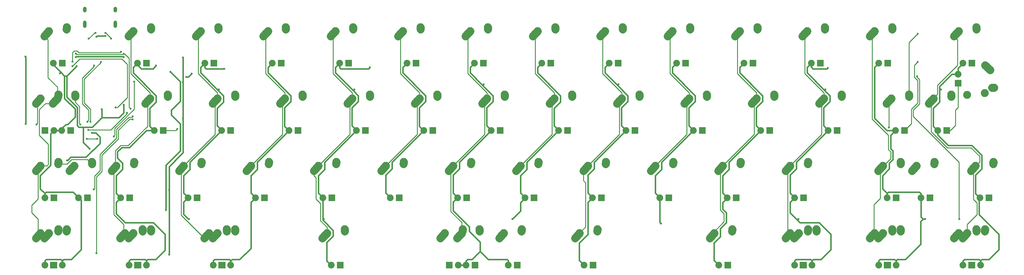
<source format=gtl>
G04 #@! TF.GenerationSoftware,KiCad,Pcbnew,(5.1.2)-1*
G04 #@! TF.CreationDate,2019-05-25T02:09:17-07:00*
G04 #@! TF.ProjectId,Voyager50,566f7961-6765-4723-9530-2e6b69636164,rev?*
G04 #@! TF.SameCoordinates,Original*
G04 #@! TF.FileFunction,Copper,L1,Top*
G04 #@! TF.FilePolarity,Positive*
%FSLAX46Y46*%
G04 Gerber Fmt 4.6, Leading zero omitted, Abs format (unit mm)*
G04 Created by KiCad (PCBNEW (5.1.2)-1) date 2019-05-25 02:09:17*
%MOMM*%
%LPD*%
G04 APERTURE LIST*
%ADD10R,1.905000X1.905000*%
%ADD11C,1.905000*%
%ADD12C,2.250000*%
%ADD13C,2.250000*%
%ADD14O,1.000000X1.600000*%
%ADD15O,1.000000X2.100000*%
%ADD16C,0.600000*%
%ADD17C,0.381000*%
%ADD18C,0.254000*%
G04 APERTURE END LIST*
D10*
X158273750Y-101917500D03*
D11*
X160813750Y-101917500D03*
D12*
X157043750Y-92837500D03*
X156388751Y-93567500D03*
D13*
X155733750Y-94297500D02*
X157043752Y-92837500D01*
D12*
X162083750Y-91757500D03*
X162063750Y-92047500D03*
D13*
X162043750Y-92337500D02*
X162083750Y-91757500D01*
D10*
X198913750Y-101917500D03*
D11*
X196373750Y-101917500D03*
D12*
X195143750Y-92837500D03*
X194488751Y-93567500D03*
D13*
X193833750Y-94297500D02*
X195143752Y-92837500D01*
D12*
X200183750Y-91757500D03*
X200163750Y-92047500D03*
D13*
X200143750Y-92337500D02*
X200183750Y-91757500D01*
D10*
X127476250Y-101917500D03*
D11*
X124936250Y-101917500D03*
D12*
X123706250Y-92837500D03*
X123051251Y-93567500D03*
D13*
X122396250Y-94297500D02*
X123706252Y-92837500D01*
D12*
X128746250Y-91757500D03*
X128726250Y-92047500D03*
D13*
X128706250Y-92337500D02*
X128746250Y-91757500D01*
D12*
X304681250Y-53712500D03*
X309681250Y-53212500D03*
D11*
X302101250Y-47942500D03*
D10*
X302101250Y-50482500D03*
D12*
X311181250Y-46712500D03*
X310451254Y-46057495D03*
D13*
X309721250Y-45402500D02*
X311181258Y-46712490D01*
D12*
X312261250Y-51752500D03*
X311971250Y-51732499D03*
D13*
X311681250Y-51712500D02*
X312261250Y-51752498D01*
D10*
X287020000Y-63817500D03*
D11*
X284480000Y-63817500D03*
D12*
X283250000Y-54737500D03*
X282595001Y-55467500D03*
D13*
X281940000Y-56197500D02*
X283250002Y-54737500D01*
D12*
X288290000Y-53657500D03*
X288270000Y-53947500D03*
D13*
X288250000Y-54237500D02*
X288290000Y-53657500D01*
D12*
X47763750Y-72997500D03*
D13*
X47743750Y-73287500D02*
X47783750Y-72707500D01*
D12*
X47783750Y-72707500D03*
X42088751Y-74517500D03*
D13*
X41433750Y-75247500D02*
X42743752Y-73787500D01*
D12*
X42743750Y-73787500D03*
D11*
X43973750Y-82867500D03*
D10*
X46513750Y-82867500D03*
X282257500Y-101917500D03*
D11*
X279717500Y-101917500D03*
D12*
X278487500Y-92837500D03*
X277832501Y-93567500D03*
D13*
X277177500Y-94297500D02*
X278487502Y-92837500D01*
D12*
X283527500Y-91757500D03*
X283507500Y-92047500D03*
D13*
X283487500Y-92337500D02*
X283527500Y-91757500D01*
D10*
X258286250Y-101917500D03*
D11*
X260826250Y-101917500D03*
D12*
X257056250Y-92837500D03*
X256401251Y-93567500D03*
D13*
X255746250Y-94297500D02*
X257056252Y-92837500D01*
D12*
X262096250Y-91757500D03*
X262076250Y-92047500D03*
D13*
X262056250Y-92337500D02*
X262096250Y-91757500D01*
D10*
X282098750Y-101917500D03*
D11*
X284638750Y-101917500D03*
D12*
X280868750Y-92837500D03*
X280213751Y-93567500D03*
D13*
X279558750Y-94297500D02*
X280868752Y-92837500D01*
D12*
X285908750Y-91757500D03*
X285888750Y-92047500D03*
D13*
X285868750Y-92337500D02*
X285908750Y-91757500D01*
D10*
X306070000Y-101917500D03*
D11*
X303530000Y-101917500D03*
D12*
X302300000Y-92837500D03*
X301645001Y-93567500D03*
D13*
X300990000Y-94297500D02*
X302300002Y-92837500D01*
D12*
X307340000Y-91757500D03*
X307320000Y-92047500D03*
D13*
X307300000Y-92337500D02*
X307340000Y-91757500D01*
D10*
X305911250Y-101917500D03*
D11*
X308451250Y-101917500D03*
D12*
X304681250Y-92837500D03*
X304026251Y-93567500D03*
D13*
X303371250Y-94297500D02*
X304681252Y-92837500D01*
D12*
X309721250Y-91757500D03*
X309701250Y-92047500D03*
D13*
X309681250Y-92337500D02*
X309721250Y-91757500D01*
D10*
X258445000Y-101917500D03*
D11*
X255905000Y-101917500D03*
D12*
X254675000Y-92837500D03*
X254020001Y-93567500D03*
D13*
X253365000Y-94297500D02*
X254675002Y-92837500D01*
D12*
X259715000Y-91757500D03*
X259695000Y-92047500D03*
D13*
X259675000Y-92337500D02*
X259715000Y-91757500D01*
D10*
X70167500Y-101917500D03*
D11*
X72707500Y-101917500D03*
D12*
X68937500Y-92837500D03*
X68282501Y-93567500D03*
D13*
X67627500Y-94297500D02*
X68937502Y-92837500D01*
D12*
X73977500Y-91757500D03*
X73957500Y-92047500D03*
D13*
X73937500Y-92337500D02*
X73977500Y-91757500D01*
D10*
X46355000Y-101917500D03*
D11*
X48895000Y-101917500D03*
D12*
X45125000Y-92837500D03*
X44470001Y-93567500D03*
D13*
X43815000Y-94297500D02*
X45125002Y-92837500D01*
D12*
X50165000Y-91757500D03*
X50145000Y-92047500D03*
D13*
X50125000Y-92337500D02*
X50165000Y-91757500D01*
D10*
X93980000Y-101917500D03*
D11*
X96520000Y-101917500D03*
D12*
X92750000Y-92837500D03*
X92095001Y-93567500D03*
D13*
X91440000Y-94297500D02*
X92750002Y-92837500D01*
D12*
X97790000Y-91757500D03*
X97770000Y-92047500D03*
D13*
X97750000Y-92337500D02*
X97790000Y-91757500D01*
D10*
X237013750Y-101917500D03*
D11*
X234473750Y-101917500D03*
D12*
X233243750Y-92837500D03*
X232588751Y-93567500D03*
D13*
X231933750Y-94297500D02*
X233243752Y-92837500D01*
D12*
X238283750Y-91757500D03*
X238263750Y-92047500D03*
D13*
X238243750Y-92337500D02*
X238283750Y-91757500D01*
D10*
X70326250Y-101917500D03*
D11*
X67786250Y-101917500D03*
D12*
X66556250Y-92837500D03*
X65901251Y-93567500D03*
D13*
X65246250Y-94297500D02*
X66556252Y-92837500D01*
D12*
X71596250Y-91757500D03*
X71576250Y-92047500D03*
D13*
X71556250Y-92337500D02*
X71596250Y-91757500D01*
D10*
X310832500Y-82867500D03*
D11*
X308292500Y-82867500D03*
D12*
X307062500Y-73787500D03*
X306407501Y-74517500D03*
D13*
X305752500Y-75247500D02*
X307062502Y-73787500D01*
D12*
X312102500Y-72707500D03*
X312082500Y-72997500D03*
D13*
X312062500Y-73287500D02*
X312102500Y-72707500D01*
D10*
X284638750Y-82867500D03*
D11*
X282098750Y-82867500D03*
D12*
X280868750Y-73787500D03*
X280213751Y-74517500D03*
D13*
X279558750Y-75247500D02*
X280868752Y-73787500D01*
D12*
X285908750Y-72707500D03*
X285888750Y-72997500D03*
D13*
X285868750Y-73287500D02*
X285908750Y-72707500D01*
D10*
X177482500Y-101917500D03*
D11*
X174942500Y-101917500D03*
D12*
X173712500Y-92837500D03*
X173057501Y-93567500D03*
D13*
X172402500Y-94297500D02*
X173712502Y-92837500D01*
D12*
X178752500Y-91757500D03*
X178732500Y-92047500D03*
D13*
X178712500Y-92337500D02*
X178752500Y-91757500D01*
D10*
X165576250Y-101917500D03*
D11*
X163036250Y-101917500D03*
D12*
X161806250Y-92837500D03*
X161151251Y-93567500D03*
D13*
X160496250Y-94297500D02*
X161806252Y-92837500D01*
D12*
X166846250Y-91757500D03*
X166826250Y-92047500D03*
D13*
X166806250Y-92337500D02*
X166846250Y-91757500D01*
D10*
X294163750Y-82867500D03*
D11*
X291623750Y-82867500D03*
D12*
X290393750Y-73787500D03*
X289738751Y-74517500D03*
D13*
X289083750Y-75247500D02*
X290393752Y-73787500D01*
D12*
X295433750Y-72707500D03*
X295413750Y-72997500D03*
D13*
X295393750Y-73287500D02*
X295433750Y-72707500D01*
D10*
X282257500Y-44767500D03*
D11*
X279717500Y-44767500D03*
D12*
X278487500Y-35687500D03*
X277832501Y-36417500D03*
D13*
X277177500Y-37147500D02*
X278487502Y-35687500D01*
D12*
X283527500Y-34607500D03*
X283507500Y-34897500D03*
D13*
X283487500Y-35187500D02*
X283527500Y-34607500D01*
D10*
X263207500Y-44767500D03*
D11*
X260667500Y-44767500D03*
D12*
X259437500Y-35687500D03*
X258782501Y-36417500D03*
D13*
X258127500Y-37147500D02*
X259437502Y-35687500D01*
D12*
X264477500Y-34607500D03*
X264457500Y-34897500D03*
D13*
X264437500Y-35187500D02*
X264477500Y-34607500D01*
D10*
X258445000Y-82867500D03*
D11*
X255905000Y-82867500D03*
D12*
X254675000Y-73787500D03*
X254020001Y-74517500D03*
D13*
X253365000Y-75247500D02*
X254675002Y-73787500D01*
D12*
X259715000Y-72707500D03*
X259695000Y-72997500D03*
D13*
X259675000Y-73287500D02*
X259715000Y-72707500D01*
D10*
X267970000Y-63817500D03*
D11*
X265430000Y-63817500D03*
D12*
X264200000Y-54737500D03*
X263545001Y-55467500D03*
D13*
X262890000Y-56197500D02*
X264200002Y-54737500D01*
D12*
X269240000Y-53657500D03*
X269220000Y-53947500D03*
D13*
X269200000Y-54237500D02*
X269240000Y-53657500D01*
D12*
X221595000Y-72997500D03*
D13*
X221575000Y-73287500D02*
X221615000Y-72707500D01*
D12*
X221615000Y-72707500D03*
X215920001Y-74517500D03*
D13*
X215265000Y-75247500D02*
X216575002Y-73787500D01*
D12*
X216575000Y-73787500D03*
D11*
X217805000Y-82867500D03*
D10*
X220345000Y-82867500D03*
D12*
X240645000Y-72997500D03*
D13*
X240625000Y-73287500D02*
X240665000Y-72707500D01*
D12*
X240665000Y-72707500D03*
X234970001Y-74517500D03*
D13*
X234315000Y-75247500D02*
X235625002Y-73787500D01*
D12*
X235625000Y-73787500D03*
D11*
X236855000Y-82867500D03*
D10*
X239395000Y-82867500D03*
D12*
X250170000Y-53947500D03*
D13*
X250150000Y-54237500D02*
X250190000Y-53657500D01*
D12*
X250190000Y-53657500D03*
X244495001Y-55467500D03*
D13*
X243840000Y-56197500D02*
X245150002Y-54737500D01*
D12*
X245150000Y-54737500D03*
D11*
X246380000Y-63817500D03*
D10*
X248920000Y-63817500D03*
X306070000Y-44767500D03*
D11*
X303530000Y-44767500D03*
D12*
X302300000Y-35687500D03*
X301645001Y-36417500D03*
D13*
X300990000Y-37147500D02*
X302300002Y-35687500D01*
D12*
X307340000Y-34607500D03*
X307320000Y-34897500D03*
D13*
X307300000Y-35187500D02*
X307340000Y-34607500D01*
D12*
X78720000Y-53947500D03*
D13*
X78700000Y-54237500D02*
X78740000Y-53657500D01*
D12*
X78740000Y-53657500D03*
X73045001Y-55467500D03*
D13*
X72390000Y-56197500D02*
X73700002Y-54737500D01*
D12*
X73700000Y-54737500D03*
D11*
X74930000Y-63817500D03*
D10*
X77470000Y-63817500D03*
X94138750Y-101917500D03*
D11*
X91598750Y-101917500D03*
D12*
X90368750Y-92837500D03*
X89713751Y-93567500D03*
D13*
X89058750Y-94297500D02*
X90368752Y-92837500D01*
D12*
X95408750Y-91757500D03*
X95388750Y-92047500D03*
D13*
X95368750Y-92337500D02*
X95408750Y-91757500D01*
D10*
X163195000Y-82867500D03*
D11*
X160655000Y-82867500D03*
D12*
X159425000Y-73787500D03*
X158770001Y-74517500D03*
D13*
X158115000Y-75247500D02*
X159425002Y-73787500D01*
D12*
X164465000Y-72707500D03*
X164445000Y-72997500D03*
D13*
X164425000Y-73287500D02*
X164465000Y-72707500D01*
D10*
X125095000Y-82867500D03*
D11*
X122555000Y-82867500D03*
D12*
X121325000Y-73787500D03*
X120670001Y-74517500D03*
D13*
X120015000Y-75247500D02*
X121325002Y-73787500D01*
D12*
X126365000Y-72707500D03*
X126345000Y-72997500D03*
D13*
X126325000Y-73287500D02*
X126365000Y-72707500D01*
D12*
X52526250Y-53947500D03*
D13*
X52506250Y-54237500D02*
X52546250Y-53657500D01*
D12*
X52546250Y-53657500D03*
X46851251Y-55467500D03*
D13*
X46196250Y-56197500D02*
X47506252Y-54737500D01*
D12*
X47506250Y-54737500D03*
D11*
X48736250Y-63817500D03*
D10*
X51276250Y-63817500D03*
D12*
X47763750Y-53947500D03*
D13*
X47743750Y-54237500D02*
X47783750Y-53657500D01*
D12*
X47783750Y-53657500D03*
X42088751Y-55467500D03*
D13*
X41433750Y-56197500D02*
X42743752Y-54737500D01*
D12*
X42743750Y-54737500D03*
D11*
X46513750Y-63817500D03*
D10*
X43973750Y-63817500D03*
D12*
X47763750Y-92047500D03*
D13*
X47743750Y-92337500D02*
X47783750Y-91757500D01*
D12*
X47783750Y-91757500D03*
X42088751Y-93567500D03*
D13*
X41433750Y-94297500D02*
X42743752Y-92837500D01*
D12*
X42743750Y-92837500D03*
D11*
X43973750Y-101917500D03*
D10*
X46513750Y-101917500D03*
X115570000Y-63817500D03*
D11*
X113030000Y-63817500D03*
D12*
X111800000Y-54737500D03*
X111145001Y-55467500D03*
D13*
X110490000Y-56197500D02*
X111800002Y-54737500D01*
D12*
X116840000Y-53657500D03*
X116820000Y-53947500D03*
D13*
X116800000Y-54237500D02*
X116840000Y-53657500D01*
D10*
X110807500Y-44767500D03*
D11*
X108267500Y-44767500D03*
D12*
X107037500Y-35687500D03*
X106382501Y-36417500D03*
D13*
X105727500Y-37147500D02*
X107037502Y-35687500D01*
D12*
X112077500Y-34607500D03*
X112057500Y-34897500D03*
D13*
X112037500Y-35187500D02*
X112077500Y-34607500D01*
D12*
X135870000Y-53947500D03*
D13*
X135850000Y-54237500D02*
X135890000Y-53657500D01*
D12*
X135890000Y-53657500D03*
X130195001Y-55467500D03*
D13*
X129540000Y-56197500D02*
X130850002Y-54737500D01*
D12*
X130850000Y-54737500D03*
D11*
X132080000Y-63817500D03*
D10*
X134620000Y-63817500D03*
X153670000Y-63817500D03*
D11*
X151130000Y-63817500D03*
D12*
X149900000Y-54737500D03*
X149245001Y-55467500D03*
D13*
X148590000Y-56197500D02*
X149900002Y-54737500D01*
D12*
X154940000Y-53657500D03*
X154920000Y-53947500D03*
D13*
X154900000Y-54237500D02*
X154940000Y-53657500D01*
D10*
X172720000Y-63817500D03*
D11*
X170180000Y-63817500D03*
D12*
X168950000Y-54737500D03*
X168295001Y-55467500D03*
D13*
X167640000Y-56197500D02*
X168950002Y-54737500D01*
D12*
X173990000Y-53657500D03*
X173970000Y-53947500D03*
D13*
X173950000Y-54237500D02*
X173990000Y-53657500D01*
D12*
X207307500Y-34897500D03*
D13*
X207287500Y-35187500D02*
X207327500Y-34607500D01*
D12*
X207327500Y-34607500D03*
X201632501Y-36417500D03*
D13*
X200977500Y-37147500D02*
X202287502Y-35687500D01*
D12*
X202287500Y-35687500D03*
D11*
X203517500Y-44767500D03*
D10*
X206057500Y-44767500D03*
X191770000Y-63817500D03*
D11*
X189230000Y-63817500D03*
D12*
X188000000Y-54737500D03*
X187345001Y-55467500D03*
D13*
X186690000Y-56197500D02*
X188000002Y-54737500D01*
D12*
X193040000Y-53657500D03*
X193020000Y-53947500D03*
D13*
X193000000Y-54237500D02*
X193040000Y-53657500D01*
D10*
X210820000Y-63817500D03*
D11*
X208280000Y-63817500D03*
D12*
X207050000Y-54737500D03*
X206395001Y-55467500D03*
D13*
X205740000Y-56197500D02*
X207050002Y-54737500D01*
D12*
X212090000Y-53657500D03*
X212070000Y-53947500D03*
D13*
X212050000Y-54237500D02*
X212090000Y-53657500D01*
D12*
X231120000Y-53947500D03*
D13*
X231100000Y-54237500D02*
X231140000Y-53657500D01*
D12*
X231140000Y-53657500D03*
X225445001Y-55467500D03*
D13*
X224790000Y-56197500D02*
X226100002Y-54737500D01*
D12*
X226100000Y-54737500D03*
D11*
X227330000Y-63817500D03*
D10*
X229870000Y-63817500D03*
D12*
X202545000Y-72997500D03*
D13*
X202525000Y-73287500D02*
X202565000Y-72707500D01*
D12*
X202565000Y-72707500D03*
X196870001Y-74517500D03*
D13*
X196215000Y-75247500D02*
X197525002Y-73787500D01*
D12*
X197525000Y-73787500D03*
D11*
X198755000Y-82867500D03*
D10*
X201295000Y-82867500D03*
D12*
X183495000Y-72997500D03*
D13*
X183475000Y-73287500D02*
X183515000Y-72707500D01*
D12*
X183515000Y-72707500D03*
X177820001Y-74517500D03*
D13*
X177165000Y-75247500D02*
X178475002Y-73787500D01*
D12*
X178475000Y-73787500D03*
D11*
X179705000Y-82867500D03*
D10*
X182245000Y-82867500D03*
D12*
X226357500Y-34897500D03*
D13*
X226337500Y-35187500D02*
X226377500Y-34607500D01*
D12*
X226377500Y-34607500D03*
X220682501Y-36417500D03*
D13*
X220027500Y-37147500D02*
X221337502Y-35687500D01*
D12*
X221337500Y-35687500D03*
D11*
X222567500Y-44767500D03*
D10*
X225107500Y-44767500D03*
D12*
X245407500Y-34897500D03*
D13*
X245387500Y-35187500D02*
X245427500Y-34607500D01*
D12*
X245427500Y-34607500D03*
X239732501Y-36417500D03*
D13*
X239077500Y-37147500D02*
X240387502Y-35687500D01*
D12*
X240387500Y-35687500D03*
D11*
X241617500Y-44767500D03*
D10*
X244157500Y-44767500D03*
X72707500Y-44767500D03*
D11*
X70167500Y-44767500D03*
D12*
X68937500Y-35687500D03*
X68282501Y-36417500D03*
D13*
X67627500Y-37147500D02*
X68937502Y-35687500D01*
D12*
X73977500Y-34607500D03*
X73957500Y-34897500D03*
D13*
X73937500Y-35187500D02*
X73977500Y-34607500D01*
D12*
X131107500Y-34897500D03*
D13*
X131087500Y-35187500D02*
X131127500Y-34607500D01*
D12*
X131127500Y-34607500D03*
X125432501Y-36417500D03*
D13*
X124777500Y-37147500D02*
X126087502Y-35687500D01*
D12*
X126087500Y-35687500D03*
D11*
X127317500Y-44767500D03*
D10*
X129857500Y-44767500D03*
X96520000Y-63817500D03*
D11*
X93980000Y-63817500D03*
D12*
X92750000Y-54737500D03*
X92095001Y-55467500D03*
D13*
X91440000Y-56197500D02*
X92750002Y-54737500D01*
D12*
X97790000Y-53657500D03*
X97770000Y-53947500D03*
D13*
X97750000Y-54237500D02*
X97790000Y-53657500D01*
D12*
X57288750Y-72997500D03*
D13*
X57268750Y-73287500D02*
X57308750Y-72707500D01*
D12*
X57308750Y-72707500D03*
X51613751Y-74517500D03*
D13*
X50958750Y-75247500D02*
X52268752Y-73787500D01*
D12*
X52268750Y-73787500D03*
D11*
X53498750Y-82867500D03*
D10*
X56038750Y-82867500D03*
X67945000Y-82867500D03*
D11*
X65405000Y-82867500D03*
D12*
X64175000Y-73787500D03*
X63520001Y-74517500D03*
D13*
X62865000Y-75247500D02*
X64175002Y-73787500D01*
D12*
X69215000Y-72707500D03*
X69195000Y-72997500D03*
D13*
X69175000Y-73287500D02*
X69215000Y-72707500D01*
D12*
X150157500Y-34897500D03*
D13*
X150137500Y-35187500D02*
X150177500Y-34607500D01*
D12*
X150177500Y-34607500D03*
X144482501Y-36417500D03*
D13*
X143827500Y-37147500D02*
X145137502Y-35687500D01*
D12*
X145137500Y-35687500D03*
D11*
X146367500Y-44767500D03*
D10*
X148907500Y-44767500D03*
D12*
X50145000Y-34897500D03*
D13*
X50125000Y-35187500D02*
X50165000Y-34607500D01*
D12*
X50165000Y-34607500D03*
X44470001Y-36417500D03*
D13*
X43815000Y-37147500D02*
X45125002Y-35687500D01*
D12*
X45125000Y-35687500D03*
D11*
X46355000Y-44767500D03*
D10*
X48895000Y-44767500D03*
X187007500Y-44767500D03*
D11*
X184467500Y-44767500D03*
D12*
X183237500Y-35687500D03*
X182582501Y-36417500D03*
D13*
X181927500Y-37147500D02*
X183237502Y-35687500D01*
D12*
X188277500Y-34607500D03*
X188257500Y-34897500D03*
D13*
X188237500Y-35187500D02*
X188277500Y-34607500D01*
D12*
X145395000Y-72997500D03*
D13*
X145375000Y-73287500D02*
X145415000Y-72707500D01*
D12*
X145415000Y-72707500D03*
X139720001Y-74517500D03*
D13*
X139065000Y-75247500D02*
X140375002Y-73787500D01*
D12*
X140375000Y-73787500D03*
D11*
X141605000Y-82867500D03*
D10*
X144145000Y-82867500D03*
D12*
X93007500Y-34897500D03*
D13*
X92987500Y-35187500D02*
X93027500Y-34607500D01*
D12*
X93027500Y-34607500D03*
X87332501Y-36417500D03*
D13*
X86677500Y-37147500D02*
X87987502Y-35687500D01*
D12*
X87987500Y-35687500D03*
D11*
X89217500Y-44767500D03*
D10*
X91757500Y-44767500D03*
D12*
X107295000Y-72997500D03*
D13*
X107275000Y-73287500D02*
X107315000Y-72707500D01*
D12*
X107315000Y-72707500D03*
X101620001Y-74517500D03*
D13*
X100965000Y-75247500D02*
X102275002Y-73787500D01*
D12*
X102275000Y-73787500D03*
D11*
X103505000Y-82867500D03*
D10*
X106045000Y-82867500D03*
X167957500Y-44767500D03*
D11*
X165417500Y-44767500D03*
D12*
X164187500Y-35687500D03*
X163532501Y-36417500D03*
D13*
X162877500Y-37147500D02*
X164187502Y-35687500D01*
D12*
X169227500Y-34607500D03*
X169207500Y-34897500D03*
D13*
X169187500Y-35187500D02*
X169227500Y-34607500D01*
D12*
X88245000Y-72997500D03*
D13*
X88225000Y-73287500D02*
X88265000Y-72707500D01*
D12*
X88265000Y-72707500D03*
X82570001Y-74517500D03*
D13*
X81915000Y-75247500D02*
X83225002Y-73787500D01*
D12*
X83225000Y-73787500D03*
D11*
X84455000Y-82867500D03*
D10*
X86995000Y-82867500D03*
D14*
X63851250Y-29587500D03*
X55211250Y-29587500D03*
D15*
X63851250Y-33767500D03*
X55211250Y-33767500D03*
D12*
X300176250Y-53947500D03*
D13*
X300156250Y-54237500D02*
X300196250Y-53657500D01*
D12*
X300196250Y-53657500D03*
X294501251Y-55467500D03*
D13*
X293846250Y-56197500D02*
X295156252Y-54737500D01*
D12*
X295156250Y-54737500D03*
D11*
X296386250Y-63817500D03*
D10*
X298926250Y-63817500D03*
D16*
X66294000Y-56515000D03*
X52959000Y-45593000D03*
X60071000Y-57785000D03*
X56642000Y-68961000D03*
X48260000Y-47625000D03*
X93218000Y-52197000D03*
X131445000Y-52197000D03*
X168021000Y-50800000D03*
X206121000Y-50800000D03*
X264668000Y-52197000D03*
X292862000Y-88900000D03*
X257048000Y-88900000D03*
X84709000Y-88900000D03*
X176149000Y-88900000D03*
X218186000Y-90170000D03*
X94742000Y-46355000D03*
X135890000Y-45974000D03*
X265303000Y-46101000D03*
X75438000Y-45466000D03*
X297307000Y-52197000D03*
X122821500Y-88912500D03*
X50292000Y-72263000D03*
X57277000Y-64516000D03*
X85471000Y-47752000D03*
X83947000Y-48641000D03*
X78232000Y-86360000D03*
X79502000Y-47244000D03*
X68834000Y-60706000D03*
X58547000Y-98552000D03*
X66294000Y-42164000D03*
X52705000Y-42037000D03*
X68199000Y-57658000D03*
X290703000Y-36449000D03*
X56261000Y-63627000D03*
X67183000Y-58801000D03*
X41656000Y-62103000D03*
X53975000Y-62103000D03*
X68834000Y-59817000D03*
X57785000Y-80518000D03*
X61087000Y-37084000D03*
X58547000Y-37338000D03*
X290703000Y-44450000D03*
X81407000Y-63373000D03*
X66294000Y-43053000D03*
X52705000Y-43053000D03*
X83058000Y-50165000D03*
X83058000Y-43180000D03*
X79121000Y-80645000D03*
X79121000Y-98933000D03*
X83058000Y-60452000D03*
X38608000Y-61976000D03*
X38481000Y-42926000D03*
X57912000Y-45466000D03*
X56007000Y-61341000D03*
X59817000Y-44450000D03*
X56896000Y-61341000D03*
X63500000Y-65532000D03*
X69215000Y-50038000D03*
X55880000Y-66167000D03*
X58801000Y-66167000D03*
X58293000Y-36195000D03*
X56388000Y-37846000D03*
X61087000Y-36195000D03*
X62738000Y-37846000D03*
X64008000Y-57277000D03*
X51816000Y-45593000D03*
X51816000Y-44323000D03*
X65532000Y-41529000D03*
X282575000Y-62992000D03*
X302514000Y-88900000D03*
X290576000Y-48514000D03*
D17*
X70167500Y-44767500D02*
X70167500Y-44259500D01*
X74866500Y-63817500D02*
X74930000Y-63817500D01*
X73660000Y-62611000D02*
X74866500Y-63817500D01*
X68961000Y-45974000D02*
X68961000Y-47498000D01*
X70167500Y-44767500D02*
X68961000Y-45974000D01*
X68961000Y-47498000D02*
X75438000Y-53975000D01*
X75438000Y-53975000D02*
X75438000Y-55753000D01*
X75438000Y-55753000D02*
X73660000Y-57531000D01*
X73660000Y-57531000D02*
X73660000Y-62611000D01*
X93980000Y-63817500D02*
X93980000Y-63754000D01*
X93980000Y-63754000D02*
X92710000Y-62484000D01*
X92710000Y-62484000D02*
X92710000Y-57531000D01*
X92710000Y-57531000D02*
X94488000Y-55753000D01*
X94488000Y-55753000D02*
X94488000Y-53975000D01*
X88011000Y-45974000D02*
X89217500Y-44767500D01*
X88011000Y-47498000D02*
X88011000Y-45974000D01*
X113030000Y-63817500D02*
X112966500Y-63817500D01*
X112966500Y-63817500D02*
X111760000Y-62611000D01*
X111760000Y-62611000D02*
X111760000Y-57404000D01*
X111760000Y-57404000D02*
X113538000Y-55626000D01*
X113538000Y-55626000D02*
X113538000Y-53975000D01*
X113538000Y-53975000D02*
X107061000Y-47498000D01*
X107061000Y-45974000D02*
X108267500Y-44767500D01*
X107061000Y-47498000D02*
X107061000Y-45974000D01*
X132080000Y-63817500D02*
X132080000Y-63754000D01*
X132080000Y-63754000D02*
X130810000Y-62484000D01*
X130810000Y-62484000D02*
X130810000Y-57404000D01*
X130810000Y-57404000D02*
X132588000Y-55626000D01*
X132588000Y-55626000D02*
X132588000Y-53975000D01*
X126111000Y-45974000D02*
X127317500Y-44767500D01*
X126111000Y-47498000D02*
X126111000Y-45974000D01*
X151130000Y-63817500D02*
X151066500Y-63817500D01*
X151066500Y-63817500D02*
X149860000Y-62611000D01*
X149860000Y-62611000D02*
X149860000Y-57404000D01*
X149860000Y-57404000D02*
X151638000Y-55626000D01*
X151638000Y-55626000D02*
X151638000Y-53975000D01*
X151638000Y-53975000D02*
X145161000Y-47498000D01*
X145161000Y-45974000D02*
X146367500Y-44767500D01*
X145161000Y-47498000D02*
X145161000Y-45974000D01*
X170180000Y-63817500D02*
X170180000Y-63754000D01*
X170180000Y-63754000D02*
X168910000Y-62484000D01*
X168910000Y-62484000D02*
X168910000Y-57404000D01*
X168910000Y-57404000D02*
X170688000Y-55626000D01*
X170688000Y-55626000D02*
X170688000Y-53975000D01*
X164211000Y-45974000D02*
X165417500Y-44767500D01*
X164211000Y-47498000D02*
X164211000Y-45974000D01*
X189230000Y-63817500D02*
X189230000Y-63754000D01*
X189230000Y-63754000D02*
X187960000Y-62484000D01*
X187960000Y-62484000D02*
X187960000Y-57531000D01*
X187960000Y-57531000D02*
X189738000Y-55753000D01*
X189738000Y-55753000D02*
X189738000Y-53975000D01*
X189738000Y-53975000D02*
X183261000Y-47498000D01*
X183261000Y-45974000D02*
X184467500Y-44767500D01*
X183261000Y-47498000D02*
X183261000Y-45974000D01*
X208280000Y-63817500D02*
X208280000Y-63754000D01*
X208280000Y-63754000D02*
X207010000Y-62484000D01*
X207010000Y-62484000D02*
X207010000Y-57404000D01*
X207010000Y-57404000D02*
X208788000Y-55626000D01*
X208788000Y-55626000D02*
X208788000Y-53975000D01*
X202311000Y-45974000D02*
X203517500Y-44767500D01*
X202311000Y-47498000D02*
X202311000Y-45974000D01*
X227330000Y-63817500D02*
X227330000Y-63754000D01*
X227330000Y-63754000D02*
X226060000Y-62484000D01*
X226060000Y-62484000D02*
X226060000Y-57404000D01*
X226060000Y-57404000D02*
X227838000Y-55626000D01*
X227838000Y-55626000D02*
X227838000Y-53975000D01*
X227838000Y-53975000D02*
X221361000Y-47498000D01*
X221361000Y-45974000D02*
X222567500Y-44767500D01*
X221361000Y-47498000D02*
X221361000Y-45974000D01*
X246380000Y-63817500D02*
X246380000Y-63754000D01*
X246380000Y-63754000D02*
X245110000Y-62484000D01*
X245110000Y-62484000D02*
X245110000Y-57404000D01*
X245110000Y-57404000D02*
X246888000Y-55626000D01*
X246888000Y-55626000D02*
X246888000Y-53975000D01*
X246888000Y-53975000D02*
X240411000Y-47498000D01*
X240411000Y-45974000D02*
X241617500Y-44767500D01*
X240411000Y-47498000D02*
X240411000Y-45974000D01*
X265430000Y-63817500D02*
X265430000Y-63754000D01*
X265430000Y-63754000D02*
X264160000Y-62484000D01*
X264160000Y-62484000D02*
X264160000Y-57404000D01*
X264160000Y-57404000D02*
X265938000Y-55626000D01*
X265938000Y-55626000D02*
X265938000Y-53975000D01*
X259461000Y-45974000D02*
X260667500Y-44767500D01*
X259461000Y-47498000D02*
X259461000Y-45974000D01*
X296386250Y-63817500D02*
X296354500Y-63817500D01*
X296354500Y-63817500D02*
X295148000Y-62611000D01*
X295148000Y-62611000D02*
X295148000Y-57531000D01*
X295148000Y-57531000D02*
X296926000Y-55753000D01*
X84455000Y-82867500D02*
X84455000Y-82804000D01*
X84455000Y-82804000D02*
X83185000Y-81534000D01*
X83185000Y-81534000D02*
X83185000Y-76581000D01*
X83185000Y-76581000D02*
X84963000Y-74803000D01*
X84963000Y-72834500D02*
X93980000Y-63817500D01*
X84963000Y-74803000D02*
X84963000Y-72834500D01*
X103505000Y-82867500D02*
X103505000Y-82804000D01*
X103505000Y-82804000D02*
X102235000Y-81534000D01*
X102235000Y-81534000D02*
X102235000Y-76581000D01*
X102235000Y-76581000D02*
X104013000Y-74803000D01*
X104013000Y-72834500D02*
X113030000Y-63817500D01*
X104013000Y-74803000D02*
X104013000Y-72834500D01*
X122555000Y-82867500D02*
X122555000Y-82804000D01*
X122555000Y-82804000D02*
X121285000Y-81534000D01*
X121285000Y-81534000D02*
X121285000Y-76581000D01*
X121285000Y-76581000D02*
X123063000Y-74803000D01*
X123063000Y-72834500D02*
X132080000Y-63817500D01*
X123063000Y-74803000D02*
X123063000Y-72834500D01*
X141605000Y-82867500D02*
X141605000Y-82804000D01*
X141605000Y-82804000D02*
X140335000Y-81534000D01*
X140335000Y-81534000D02*
X140335000Y-76454000D01*
X140335000Y-76454000D02*
X142113000Y-74676000D01*
X142113000Y-72834500D02*
X151130000Y-63817500D01*
X142113000Y-74676000D02*
X142113000Y-72834500D01*
X160655000Y-82867500D02*
X160655000Y-82804000D01*
X160655000Y-82804000D02*
X159385000Y-81534000D01*
X159385000Y-81534000D02*
X159385000Y-76454000D01*
X159385000Y-76454000D02*
X161163000Y-74676000D01*
X161163000Y-72834500D02*
X170180000Y-63817500D01*
X161163000Y-74676000D02*
X161163000Y-72834500D01*
X179705000Y-82867500D02*
X179705000Y-82804000D01*
X179705000Y-82804000D02*
X178435000Y-81534000D01*
X178435000Y-81534000D02*
X178435000Y-76581000D01*
X178435000Y-76581000D02*
X180213000Y-74803000D01*
X180213000Y-72834500D02*
X189230000Y-63817500D01*
X180213000Y-74803000D02*
X180213000Y-72834500D01*
X198755000Y-82867500D02*
X198755000Y-82804000D01*
X198755000Y-82804000D02*
X197485000Y-81534000D01*
X197485000Y-81534000D02*
X197485000Y-76454000D01*
X197485000Y-76454000D02*
X199263000Y-74676000D01*
X199263000Y-72834500D02*
X208280000Y-63817500D01*
X199263000Y-74676000D02*
X199263000Y-72834500D01*
X217805000Y-82867500D02*
X217805000Y-82804000D01*
X217805000Y-82804000D02*
X216535000Y-81534000D01*
X216535000Y-81534000D02*
X216535000Y-76581000D01*
X216535000Y-76581000D02*
X218313000Y-74803000D01*
X218313000Y-72834500D02*
X227330000Y-63817500D01*
X218313000Y-74803000D02*
X218313000Y-72834500D01*
X236855000Y-82867500D02*
X236855000Y-82804000D01*
X236855000Y-82804000D02*
X235585000Y-81534000D01*
X235585000Y-81534000D02*
X235585000Y-76581000D01*
X235585000Y-76581000D02*
X237363000Y-74803000D01*
X237363000Y-72834500D02*
X246380000Y-63817500D01*
X237363000Y-74803000D02*
X237363000Y-72834500D01*
X255905000Y-82867500D02*
X255905000Y-82804000D01*
X255905000Y-82804000D02*
X254635000Y-81534000D01*
X254635000Y-81534000D02*
X254635000Y-76454000D01*
X254635000Y-76454000D02*
X256413000Y-74676000D01*
X256413000Y-72834500D02*
X265430000Y-63817500D01*
X256413000Y-74676000D02*
X256413000Y-72834500D01*
X299339000Y-68072000D02*
X296386250Y-65119250D01*
X307086000Y-81661000D02*
X307086000Y-76454000D01*
X308292500Y-82867500D02*
X307086000Y-81661000D01*
X296386250Y-65119250D02*
X296386250Y-63817500D01*
X307086000Y-76454000D02*
X308864000Y-74676000D01*
X308864000Y-74676000D02*
X308864000Y-70866000D01*
X308864000Y-70866000D02*
X306070000Y-68072000D01*
X306070000Y-68072000D02*
X299339000Y-68072000D01*
X46513750Y-63817500D02*
X48736250Y-63817500D01*
X45593000Y-64738250D02*
X46513750Y-63817500D01*
X45593000Y-73660000D02*
X45593000Y-64738250D01*
X42672000Y-76581000D02*
X45593000Y-73660000D01*
X73215500Y-63817500D02*
X74930000Y-63817500D01*
X67881500Y-68643500D02*
X72707500Y-63817500D01*
X65722500Y-68643500D02*
X67881500Y-68643500D01*
X64516000Y-69850000D02*
X65722500Y-68643500D01*
X65405000Y-82867500D02*
X64135000Y-81597500D01*
X64135000Y-81597500D02*
X64135000Y-76581000D01*
X64135000Y-76581000D02*
X65913000Y-74803000D01*
X65913000Y-74803000D02*
X65913000Y-73025000D01*
X65913000Y-73025000D02*
X64516000Y-71628000D01*
X72707500Y-63817500D02*
X73215500Y-63817500D01*
X64516000Y-71628000D02*
X64516000Y-69850000D01*
X48895000Y-100711000D02*
X48895000Y-101917500D01*
X48514000Y-100330000D02*
X48895000Y-100711000D01*
X44323000Y-100330000D02*
X48514000Y-100330000D01*
X43973750Y-101917500D02*
X43973750Y-100679250D01*
X43973750Y-100679250D02*
X44323000Y-100330000D01*
X54229000Y-83597750D02*
X53498750Y-82867500D01*
X54229000Y-97536000D02*
X54229000Y-83597750D01*
X51435000Y-100330000D02*
X54229000Y-97536000D01*
X48895000Y-100711000D02*
X49276000Y-100330000D01*
X49276000Y-100330000D02*
X51435000Y-100330000D01*
X53498750Y-82835750D02*
X53498750Y-82867500D01*
X51943000Y-81280000D02*
X53498750Y-82835750D01*
X44323000Y-81280000D02*
X51943000Y-81280000D01*
X43973750Y-82867500D02*
X43973750Y-81629250D01*
X43973750Y-81629250D02*
X44323000Y-81280000D01*
X42672000Y-80327500D02*
X43973750Y-81629250D01*
X42672000Y-80010000D02*
X42672000Y-80327500D01*
X42672000Y-80010000D02*
X42672000Y-76581000D01*
X67786250Y-101917500D02*
X67786250Y-100742750D01*
X67786250Y-100742750D02*
X68199000Y-100330000D01*
X68199000Y-100330000D02*
X72390000Y-100330000D01*
X72707500Y-100647500D02*
X72707500Y-101917500D01*
X72390000Y-100330000D02*
X72707500Y-100647500D01*
X77978000Y-97663000D02*
X75311000Y-100330000D01*
X75311000Y-100330000D02*
X73025000Y-100330000D01*
X65405000Y-82867500D02*
X64135000Y-84137500D01*
X73025000Y-100330000D02*
X72707500Y-100647500D01*
X64135000Y-84137500D02*
X64135000Y-87376000D01*
X66675000Y-89916000D02*
X74676000Y-89916000D01*
X74676000Y-89916000D02*
X77978000Y-93218000D01*
X64135000Y-87376000D02*
X66675000Y-89916000D01*
X77978000Y-93218000D02*
X77978000Y-97663000D01*
X96520000Y-101917500D02*
X96520000Y-100711000D01*
X96520000Y-100711000D02*
X96139000Y-100330000D01*
X96139000Y-100330000D02*
X91948000Y-100330000D01*
X91598750Y-100679250D02*
X91598750Y-101917500D01*
X91948000Y-100330000D02*
X91598750Y-100679250D01*
X102235000Y-84137500D02*
X103505000Y-82867500D01*
X102235000Y-97155000D02*
X102235000Y-84137500D01*
X99060000Y-100330000D02*
X102235000Y-97155000D01*
X96520000Y-100711000D02*
X96901000Y-100330000D01*
X96901000Y-100330000D02*
X99060000Y-100330000D01*
X174942500Y-100647500D02*
X174625000Y-100330000D01*
X174942500Y-101917500D02*
X174942500Y-100647500D01*
X160591500Y-82867500D02*
X159385000Y-84074000D01*
X160655000Y-82867500D02*
X160591500Y-82867500D01*
X234473750Y-101885750D02*
X234473750Y-101917500D01*
X233172000Y-100584000D02*
X234473750Y-101885750D01*
X233172000Y-95631000D02*
X233172000Y-100584000D01*
X234950000Y-93853000D02*
X233172000Y-95631000D01*
X236855000Y-82867500D02*
X236855000Y-82931000D01*
X236855000Y-82931000D02*
X235585000Y-84201000D01*
X235585000Y-84201000D02*
X235585000Y-86106000D01*
X234950000Y-91567000D02*
X234950000Y-93853000D01*
X235585000Y-86106000D02*
X236601000Y-87122000D01*
X236601000Y-87122000D02*
X236601000Y-89916000D01*
X236601000Y-89916000D02*
X234950000Y-91567000D01*
X282702000Y-74676000D02*
X280797000Y-76581000D01*
X283718000Y-69596000D02*
X283718000Y-72009000D01*
X283718000Y-72009000D02*
X282702000Y-73025000D01*
X282702000Y-73025000D02*
X282702000Y-74676000D01*
X308451250Y-101917500D02*
X308451250Y-100679250D01*
X308451250Y-100679250D02*
X308102000Y-100330000D01*
X308102000Y-100330000D02*
X303911000Y-100330000D01*
X303530000Y-100711000D02*
X303530000Y-101917500D01*
X303911000Y-100330000D02*
X303530000Y-100711000D01*
X308102000Y-83058000D02*
X308292500Y-82867500D01*
X308451250Y-100679250D02*
X308800500Y-100330000D01*
X308800500Y-100330000D02*
X310896000Y-100330000D01*
X310896000Y-100330000D02*
X313690000Y-97536000D01*
X313690000Y-97536000D02*
X313690000Y-93218000D01*
X313690000Y-93218000D02*
X308102000Y-87630000D01*
X308102000Y-87630000D02*
X308102000Y-83058000D01*
X66294000Y-58801000D02*
X66294000Y-56515000D01*
X50165000Y-48387000D02*
X52959000Y-45593000D01*
X46355000Y-45212000D02*
X46355000Y-44767500D01*
X50165000Y-48387000D02*
X49530000Y-48387000D01*
X64897000Y-60198000D02*
X65468500Y-59626500D01*
X62484000Y-60198000D02*
X64897000Y-60198000D01*
X65468500Y-59626500D02*
X66294000Y-58801000D01*
X60071000Y-57785000D02*
X60071000Y-58674000D01*
X62484000Y-60198000D02*
X61595000Y-60198000D01*
X57404000Y-62865000D02*
X54864000Y-62865000D01*
X60071000Y-58674000D02*
X60071000Y-60198000D01*
X60071000Y-60198000D02*
X57404000Y-62865000D01*
X61595000Y-60198000D02*
X60071000Y-60198000D01*
X54864000Y-67183000D02*
X56642000Y-68961000D01*
X54864000Y-62865000D02*
X54864000Y-67183000D01*
X49530000Y-54737000D02*
X49530000Y-48387000D01*
X48736250Y-63817500D02*
X48736250Y-63277750D01*
X48736250Y-63277750D02*
X49911000Y-62103000D01*
X49911000Y-62103000D02*
X50419000Y-62103000D01*
X50419000Y-62103000D02*
X52514500Y-60007500D01*
X52514500Y-60007500D02*
X52514500Y-57721500D01*
X52514500Y-57721500D02*
X49530000Y-54737000D01*
X53594000Y-62865000D02*
X54864000Y-62865000D01*
X53149500Y-62420500D02*
X53594000Y-62865000D01*
X53149500Y-57340500D02*
X53149500Y-62420500D01*
X50165000Y-54356000D02*
X53149500Y-57340500D01*
X50165000Y-48387000D02*
X50165000Y-54356000D01*
X48450500Y-47434500D02*
X48450500Y-47307500D01*
X48260000Y-47625000D02*
X48450500Y-47434500D01*
X49530000Y-48387000D02*
X48450500Y-47307500D01*
X48450500Y-47307500D02*
X46355000Y-45212000D01*
X93218000Y-52197000D02*
X92710000Y-52197000D01*
X94488000Y-53975000D02*
X92710000Y-52197000D01*
X92710000Y-52197000D02*
X88011000Y-47498000D01*
X131445000Y-52197000D02*
X131127500Y-52514500D01*
X132588000Y-53975000D02*
X131127500Y-52514500D01*
X131127500Y-52514500D02*
X126111000Y-47498000D01*
X167894000Y-50927000D02*
X167640000Y-50927000D01*
X168021000Y-50800000D02*
X167894000Y-50927000D01*
X170688000Y-53975000D02*
X167640000Y-50927000D01*
X167640000Y-50927000D02*
X164211000Y-47498000D01*
X206121000Y-50800000D02*
X205867000Y-51054000D01*
X208788000Y-53975000D02*
X205867000Y-51054000D01*
X205867000Y-51054000D02*
X202311000Y-47498000D01*
X264668000Y-52197000D02*
X264414000Y-52451000D01*
X265938000Y-53975000D02*
X264414000Y-52451000D01*
X264414000Y-52451000D02*
X259461000Y-47498000D01*
X297846750Y-50577750D02*
X297719750Y-50577750D01*
X296926000Y-51371500D02*
X297719750Y-50577750D01*
X282098750Y-82867500D02*
X282098750Y-81629250D01*
X280797000Y-80327500D02*
X282098750Y-81629250D01*
X280797000Y-79248000D02*
X280797000Y-80327500D01*
X280797000Y-76581000D02*
X280797000Y-79248000D01*
X291623750Y-86264750D02*
X291623750Y-88296750D01*
X291623750Y-88296750D02*
X292227000Y-88900000D01*
X292227000Y-88900000D02*
X292862000Y-88900000D01*
X284638750Y-100679250D02*
X284638750Y-101917500D01*
X284988000Y-100330000D02*
X284638750Y-100679250D01*
X287274000Y-100330000D02*
X284988000Y-100330000D01*
X291592000Y-96012000D02*
X287274000Y-100330000D01*
X292227000Y-88900000D02*
X291592000Y-89535000D01*
X291592000Y-89535000D02*
X291592000Y-96012000D01*
X284575250Y-100679250D02*
X284638750Y-100679250D01*
X284226000Y-100330000D02*
X284575250Y-100679250D01*
X280035000Y-100330000D02*
X284226000Y-100330000D01*
X279717500Y-101917500D02*
X279717500Y-100647500D01*
X279717500Y-100647500D02*
X280035000Y-100330000D01*
X255905000Y-101917500D02*
X255905000Y-100711000D01*
X255905000Y-100711000D02*
X256286000Y-100330000D01*
X256286000Y-100330000D02*
X260477000Y-100330000D01*
X260826250Y-100679250D02*
X260826250Y-101917500D01*
X260477000Y-100330000D02*
X260826250Y-100679250D01*
X254635000Y-87122000D02*
X254635000Y-84137500D01*
X262890000Y-89916000D02*
X257429000Y-89916000D01*
X254635000Y-84137500D02*
X255905000Y-82867500D01*
X260889750Y-100679250D02*
X261239000Y-100330000D01*
X261239000Y-100330000D02*
X263398000Y-100330000D01*
X263398000Y-100330000D02*
X266192000Y-97536000D01*
X260826250Y-100679250D02*
X260889750Y-100679250D01*
X266192000Y-97536000D02*
X266192000Y-93218000D01*
X266192000Y-93218000D02*
X262890000Y-89916000D01*
X256794000Y-89154000D02*
X256667000Y-89154000D01*
X257048000Y-88900000D02*
X256794000Y-89154000D01*
X257429000Y-89916000D02*
X256667000Y-89154000D01*
X256667000Y-89154000D02*
X254635000Y-87122000D01*
X282098750Y-82867500D02*
X282098750Y-83343750D01*
X291623750Y-82867500D02*
X291623750Y-81692750D01*
X282448000Y-81280000D02*
X282098750Y-81629250D01*
X291623750Y-81692750D02*
X291211000Y-81280000D01*
X291211000Y-81280000D02*
X282448000Y-81280000D01*
X291623750Y-86264750D02*
X291623750Y-82867500D01*
X84391500Y-82867500D02*
X84455000Y-82867500D01*
X83185000Y-84074000D02*
X84391500Y-82867500D01*
X83185000Y-87503000D02*
X83185000Y-84074000D01*
X84709000Y-88900000D02*
X84582000Y-88900000D01*
X84582000Y-88900000D02*
X83185000Y-87503000D01*
X179705000Y-82867500D02*
X179705000Y-82931000D01*
X179705000Y-82931000D02*
X178435000Y-84201000D01*
X178435000Y-84201000D02*
X178435000Y-86614000D01*
X178435000Y-86614000D02*
X176149000Y-88900000D01*
X217805000Y-82867500D02*
X217805000Y-89789000D01*
X217805000Y-89789000D02*
X218186000Y-90170000D01*
X89217500Y-46037500D02*
X89217500Y-44767500D01*
X94742000Y-46355000D02*
X89535000Y-46355000D01*
X89535000Y-46355000D02*
X89217500Y-46037500D01*
X127317500Y-44767500D02*
X127317500Y-46037500D01*
X127317500Y-46037500D02*
X127635000Y-46355000D01*
X127635000Y-46355000D02*
X135509000Y-46355000D01*
X135509000Y-46355000D02*
X135890000Y-45974000D01*
X260667500Y-44767500D02*
X260667500Y-45910500D01*
X260667500Y-45910500D02*
X261112000Y-46355000D01*
X261112000Y-46355000D02*
X265049000Y-46355000D01*
X265049000Y-46355000D02*
X265303000Y-46101000D01*
X75438000Y-45466000D02*
X74549000Y-46355000D01*
X74549000Y-46355000D02*
X71247000Y-46355000D01*
X70167500Y-45275500D02*
X70167500Y-44767500D01*
X71247000Y-46355000D02*
X70167500Y-45275500D01*
X297307000Y-52197000D02*
X296926000Y-52197000D01*
X296926000Y-55753000D02*
X296926000Y-52197000D01*
X296926000Y-52197000D02*
X296926000Y-51371500D01*
X302101250Y-46196250D02*
X302355250Y-45942250D01*
X302101250Y-47942500D02*
X302101250Y-46196250D01*
X302355250Y-45942250D02*
X303530000Y-44767500D01*
X300355000Y-47942500D02*
X299942250Y-48355250D01*
X302101250Y-47942500D02*
X300355000Y-47942500D01*
X297719750Y-50577750D02*
X299942250Y-48355250D01*
X283083000Y-65214500D02*
X284480000Y-63817500D01*
X283083000Y-68961000D02*
X283083000Y-65214500D01*
X283083000Y-68961000D02*
X283718000Y-69596000D01*
X278511000Y-45974000D02*
X279717500Y-44767500D01*
X278511000Y-60325000D02*
X278511000Y-45974000D01*
X284480000Y-63817500D02*
X282003500Y-63817500D01*
X282003500Y-63817500D02*
X278511000Y-60325000D01*
X122555000Y-88138000D02*
X122555000Y-88646000D01*
X122555000Y-88138000D02*
X122555000Y-82867500D01*
X124936250Y-101917500D02*
X124904500Y-101917500D01*
X124904500Y-101917500D02*
X123698000Y-100711000D01*
X123698000Y-100711000D02*
X123698000Y-95504000D01*
X123698000Y-95504000D02*
X125476000Y-93726000D01*
X125476000Y-93726000D02*
X125476000Y-92075000D01*
X122555000Y-89154000D02*
X122555000Y-88646000D01*
X125476000Y-92075000D02*
X122555000Y-89154000D01*
X122580000Y-89154000D02*
X122821500Y-88912500D01*
X122555000Y-89154000D02*
X122580000Y-89154000D01*
X196373750Y-101885750D02*
X196373750Y-101917500D01*
X195072000Y-100584000D02*
X196373750Y-101885750D01*
X195072000Y-95631000D02*
X195072000Y-100584000D01*
X197485000Y-93218000D02*
X195072000Y-95631000D01*
X197485000Y-84137500D02*
X197485000Y-93218000D01*
X198755000Y-82867500D02*
X197485000Y-84137500D01*
X163036250Y-101917500D02*
X160813750Y-101917500D01*
X167005000Y-98044000D02*
X167005000Y-95377000D01*
X167005000Y-95377000D02*
X163957000Y-92329000D01*
X163957000Y-92329000D02*
X163957000Y-91059000D01*
X159385000Y-86487000D02*
X159385000Y-85090000D01*
X163957000Y-91059000D02*
X159385000Y-86487000D01*
X159385000Y-84074000D02*
X159385000Y-85090000D01*
X169291000Y-100330000D02*
X167005000Y-98044000D01*
X170053000Y-100330000D02*
X169291000Y-100330000D01*
X174625000Y-100330000D02*
X170053000Y-100330000D01*
X164973000Y-100076000D02*
X167005000Y-98044000D01*
X164719000Y-100330000D02*
X164973000Y-100076000D01*
X163449000Y-100330000D02*
X164719000Y-100330000D01*
X163036250Y-100742750D02*
X163449000Y-100330000D01*
X163036250Y-101917500D02*
X163036250Y-100742750D01*
X58420000Y-64516000D02*
X57277000Y-64516000D01*
X50292000Y-72263000D02*
X50419000Y-72263000D01*
X50419000Y-72263000D02*
X51308000Y-71374000D01*
X51308000Y-71374000D02*
X55626000Y-71374000D01*
X55626000Y-71374000D02*
X59563000Y-67437000D01*
X59563000Y-67437000D02*
X59563000Y-65659000D01*
X59563000Y-65659000D02*
X58420000Y-64516000D01*
X85471000Y-47752000D02*
X84582000Y-48641000D01*
X84582000Y-48641000D02*
X83947000Y-48641000D01*
X78232000Y-86360000D02*
X78232000Y-85598000D01*
X78232000Y-85598000D02*
X78232000Y-73660000D01*
X78232000Y-73660000D02*
X82296000Y-69596000D01*
X82296000Y-69596000D02*
X82296000Y-61976000D01*
X82296000Y-61976000D02*
X79756000Y-59436000D01*
X79756000Y-59436000D02*
X79756000Y-58039000D01*
X79756000Y-58039000D02*
X82296000Y-55499000D01*
X82296000Y-55499000D02*
X82296000Y-50038000D01*
X82296000Y-50038000D02*
X79502000Y-47244000D01*
D18*
X68707000Y-60579000D02*
X68834000Y-60706000D01*
X67945000Y-60579000D02*
X68707000Y-60579000D01*
X58547000Y-76962000D02*
X60071000Y-75438000D01*
X58547000Y-98552000D02*
X58547000Y-76962000D01*
X60071000Y-75438000D02*
X60071000Y-70866000D01*
X60071000Y-70866000D02*
X64770000Y-66167000D01*
X64770000Y-66167000D02*
X64770000Y-63754000D01*
X64770000Y-63754000D02*
X67945000Y-60579000D01*
X66294000Y-42164000D02*
X66167000Y-42291000D01*
X66167000Y-42291000D02*
X52959000Y-42291000D01*
X52959000Y-42291000D02*
X52705000Y-42037000D01*
X67818000Y-57277000D02*
X68199000Y-57658000D01*
X67818000Y-43434000D02*
X67818000Y-57277000D01*
X66548000Y-42164000D02*
X67818000Y-43434000D01*
X66294000Y-42164000D02*
X66548000Y-42164000D01*
X288250000Y-54237500D02*
X288250000Y-38902000D01*
X288250000Y-38902000D02*
X290703000Y-36449000D01*
X56261000Y-63627000D02*
X61976000Y-63627000D01*
X67183000Y-58801000D02*
X67183000Y-59055000D01*
X62611000Y-63627000D02*
X61976000Y-63627000D01*
X67183000Y-59055000D02*
X62611000Y-63627000D01*
X41910000Y-56673750D02*
X41433750Y-56197500D01*
X41656000Y-62103000D02*
X41910000Y-61849000D01*
X41910000Y-61849000D02*
X41910000Y-56673750D01*
X52506250Y-55808250D02*
X52506250Y-54237500D01*
X53721000Y-57023000D02*
X52506250Y-55808250D01*
X53721000Y-61849000D02*
X53975000Y-62103000D01*
X53721000Y-60960000D02*
X53721000Y-61849000D01*
X53721000Y-60960000D02*
X53721000Y-57023000D01*
X58039000Y-80264000D02*
X57785000Y-80518000D01*
X58039000Y-76708000D02*
X58039000Y-80264000D01*
X64262000Y-63500000D02*
X64262000Y-65913000D01*
X64262000Y-65913000D02*
X59563000Y-70612000D01*
X59563000Y-70612000D02*
X59563000Y-75184000D01*
X59563000Y-75184000D02*
X58039000Y-76708000D01*
X68580000Y-60071000D02*
X68834000Y-59817000D01*
X67691000Y-60071000D02*
X68580000Y-60071000D01*
X67691000Y-60071000D02*
X64262000Y-63500000D01*
X57268750Y-73270750D02*
X57268750Y-73287500D01*
X56007000Y-72009000D02*
X57268750Y-73270750D01*
X50283500Y-73287500D02*
X51562000Y-72009000D01*
X47743750Y-73287500D02*
X50283500Y-73287500D01*
X51562000Y-72009000D02*
X56007000Y-72009000D01*
D17*
X61087000Y-37084000D02*
X58801000Y-37084000D01*
X58801000Y-37084000D02*
X58547000Y-37338000D01*
D18*
X220726000Y-37846000D02*
X220027500Y-37147500D01*
X220726000Y-47752000D02*
X220726000Y-37846000D01*
X226100000Y-53126000D02*
X220726000Y-47752000D01*
X226100000Y-54737500D02*
X226100000Y-53126000D01*
X215265000Y-75247500D02*
X215265000Y-75057000D01*
X215265000Y-75057000D02*
X225425000Y-64897000D01*
X225425000Y-56832500D02*
X224790000Y-56197500D01*
X225425000Y-64897000D02*
X225425000Y-56832500D01*
X264200000Y-53126000D02*
X264200000Y-54737500D01*
X258826000Y-37846000D02*
X258127500Y-37147500D01*
X258826000Y-47752000D02*
X258826000Y-37846000D01*
X258826000Y-47752000D02*
X264200000Y-53126000D01*
X253365000Y-75247500D02*
X253365000Y-75057000D01*
X253365000Y-75057000D02*
X263525000Y-64897000D01*
X263525000Y-56832500D02*
X262890000Y-56197500D01*
X263525000Y-64897000D02*
X263525000Y-56832500D01*
X255746250Y-94297500D02*
X253365000Y-94297500D01*
X254000000Y-75882500D02*
X253365000Y-75247500D01*
X254000000Y-93662500D02*
X254000000Y-75882500D01*
X253365000Y-94297500D02*
X254000000Y-93662500D01*
X288925000Y-61912500D02*
X287020000Y-63817500D01*
X289814000Y-45339000D02*
X289814000Y-48768000D01*
X289814000Y-48768000D02*
X290703000Y-49657000D01*
X290703000Y-49657000D02*
X290703000Y-56007000D01*
X290703000Y-44450000D02*
X289814000Y-45339000D01*
X290703000Y-56007000D02*
X288925000Y-57785000D01*
X288925000Y-57785000D02*
X288925000Y-61912500D01*
X68326000Y-37846000D02*
X67627500Y-37147500D01*
X68326000Y-47752000D02*
X68326000Y-37846000D01*
X72390000Y-51816000D02*
X68326000Y-47752000D01*
X73700000Y-53126000D02*
X73700000Y-54737500D01*
X72390000Y-51816000D02*
X73700000Y-53126000D01*
X72390000Y-56197500D02*
X73025000Y-56832500D01*
X63881000Y-74231500D02*
X62865000Y-75247500D01*
X73025000Y-56832500D02*
X73025000Y-62611000D01*
X73025000Y-62611000D02*
X67564000Y-68072000D01*
X67564000Y-68072000D02*
X65405000Y-68072000D01*
X65405000Y-68072000D02*
X63881000Y-69596000D01*
X63881000Y-69596000D02*
X63881000Y-74231500D01*
X62865000Y-75247500D02*
X63500000Y-75882500D01*
X63500000Y-75882500D02*
X63500000Y-87630000D01*
X66294000Y-92575250D02*
X66556250Y-92837500D01*
X66294000Y-90424000D02*
X66294000Y-92575250D01*
X63500000Y-87630000D02*
X66294000Y-90424000D01*
X80962500Y-63817500D02*
X80200500Y-63817500D01*
X81407000Y-63373000D02*
X80962500Y-63817500D01*
X77470000Y-63817500D02*
X80200500Y-63817500D01*
X87376000Y-37846000D02*
X86677500Y-37147500D01*
X87376000Y-47752000D02*
X87376000Y-37846000D01*
X92750000Y-54737500D02*
X92750000Y-53126000D01*
X92750000Y-53126000D02*
X87376000Y-47752000D01*
X81915000Y-75247500D02*
X81915000Y-75057000D01*
X81915000Y-75057000D02*
X92075000Y-64897000D01*
X92075000Y-56832500D02*
X91440000Y-56197500D01*
X92075000Y-64897000D02*
X92075000Y-56832500D01*
X91440000Y-94297500D02*
X89058750Y-94297500D01*
X82550000Y-87788750D02*
X89058750Y-94297500D01*
X81915000Y-75247500D02*
X82550000Y-75882500D01*
X82550000Y-75882500D02*
X82550000Y-87788750D01*
X163576000Y-37846000D02*
X162877500Y-37147500D01*
X163576000Y-47752000D02*
X163576000Y-37846000D01*
X168950000Y-53126000D02*
X163576000Y-47752000D01*
X168950000Y-54737500D02*
X168950000Y-53126000D01*
X158115000Y-75247500D02*
X158115000Y-75057000D01*
X158115000Y-75057000D02*
X168275000Y-64897000D01*
X168275000Y-56832500D02*
X167640000Y-56197500D01*
X168275000Y-64897000D02*
X168275000Y-56832500D01*
X161806250Y-89797250D02*
X161806250Y-92837500D01*
X158750000Y-86741000D02*
X161806250Y-89797250D01*
X158115000Y-75247500D02*
X158750000Y-75882500D01*
X158750000Y-75882500D02*
X158750000Y-86741000D01*
X125476000Y-37846000D02*
X124777500Y-37147500D01*
X125476000Y-47752000D02*
X125476000Y-37846000D01*
X130850000Y-54737500D02*
X130850000Y-53126000D01*
X130850000Y-53126000D02*
X125476000Y-47752000D01*
X120015000Y-75247500D02*
X120015000Y-75057000D01*
X120015000Y-75057000D02*
X130175000Y-64897000D01*
X130175000Y-56832500D02*
X129540000Y-56197500D01*
X130175000Y-64897000D02*
X130175000Y-56832500D01*
X120650000Y-83185000D02*
X121920000Y-84455000D01*
X120650000Y-77216000D02*
X120650000Y-83185000D01*
X120015000Y-75247500D02*
X120015000Y-76581000D01*
X120015000Y-76581000D02*
X120650000Y-77216000D01*
X121920000Y-89154000D02*
X121920000Y-89408000D01*
X121920000Y-84455000D02*
X121920000Y-89154000D01*
X123706250Y-91194250D02*
X123706250Y-92837500D01*
X121920000Y-89408000D02*
X123706250Y-91194250D01*
X47506250Y-51570250D02*
X47506250Y-54737500D01*
X44831000Y-48895000D02*
X47506250Y-51570250D01*
X44831000Y-38163500D02*
X44831000Y-48895000D01*
X43815000Y-37147500D02*
X44831000Y-38163500D01*
X42743750Y-73787500D02*
X44576500Y-73787500D01*
X44576500Y-73787500D02*
X44958000Y-73406000D01*
X44958000Y-73406000D02*
X44958000Y-67691000D01*
X44958000Y-67691000D02*
X42418000Y-65151000D01*
X42418000Y-65151000D02*
X42418000Y-57912000D01*
X44132500Y-56197500D02*
X46196250Y-56197500D01*
X42418000Y-57912000D02*
X44132500Y-56197500D01*
X43815000Y-94297500D02*
X41433750Y-94297500D01*
X42037000Y-93694250D02*
X42037000Y-88900000D01*
X41433750Y-94297500D02*
X42037000Y-93694250D01*
X42037000Y-75850750D02*
X41433750Y-75247500D01*
X42037000Y-88900000D02*
X40259000Y-87122000D01*
X40259000Y-87122000D02*
X40259000Y-84963000D01*
X40259000Y-84963000D02*
X42037000Y-83185000D01*
X42037000Y-83185000D02*
X42037000Y-75850750D01*
X106426000Y-37846000D02*
X105727500Y-37147500D01*
X106426000Y-47752000D02*
X106426000Y-37846000D01*
X111800000Y-54737500D02*
X111800000Y-53126000D01*
X111800000Y-53126000D02*
X106426000Y-47752000D01*
X111125000Y-56832500D02*
X110490000Y-56197500D01*
X111125000Y-64897000D02*
X111125000Y-56832500D01*
X100965000Y-75247500D02*
X100965000Y-75057000D01*
X100965000Y-75057000D02*
X111125000Y-64897000D01*
X144526000Y-37846000D02*
X143827500Y-37147500D01*
X144526000Y-47752000D02*
X144526000Y-37846000D01*
X149900000Y-54737500D02*
X149900000Y-53126000D01*
X149900000Y-53126000D02*
X144526000Y-47752000D01*
X139065000Y-75247500D02*
X139065000Y-75057000D01*
X139065000Y-75057000D02*
X149225000Y-64897000D01*
X149225000Y-56832500D02*
X148590000Y-56197500D01*
X149225000Y-64897000D02*
X149225000Y-56832500D01*
X207050000Y-54737500D02*
X207050000Y-53126000D01*
X201676000Y-37846000D02*
X200977500Y-37147500D01*
X201676000Y-47752000D02*
X201676000Y-37846000D01*
X207050000Y-53126000D02*
X201676000Y-47752000D01*
X196215000Y-75247500D02*
X196215000Y-75057000D01*
X196215000Y-75057000D02*
X206375000Y-64897000D01*
X206375000Y-56832500D02*
X205740000Y-56197500D01*
X206375000Y-64897000D02*
X206375000Y-56832500D01*
X196215000Y-75247500D02*
X196215000Y-77978000D01*
X196215000Y-77978000D02*
X196850000Y-78613000D01*
X196850000Y-91131250D02*
X195143750Y-92837500D01*
X196850000Y-78613000D02*
X196850000Y-91131250D01*
X182626000Y-37846000D02*
X181927500Y-37147500D01*
X182626000Y-47752000D02*
X182626000Y-37846000D01*
X188000000Y-54737500D02*
X188000000Y-53126000D01*
X188000000Y-53126000D02*
X182626000Y-47752000D01*
X177165000Y-75247500D02*
X177165000Y-75057000D01*
X177165000Y-75057000D02*
X187325000Y-64897000D01*
X187325000Y-56832500D02*
X186690000Y-56197500D01*
X187325000Y-64897000D02*
X187325000Y-56832500D01*
D17*
X52705000Y-43053000D02*
X52832000Y-42926000D01*
X66167000Y-42926000D02*
X66294000Y-43053000D01*
X52832000Y-42926000D02*
X66167000Y-42926000D01*
X83058000Y-50165000D02*
X83058000Y-44704000D01*
X83058000Y-44704000D02*
X83058000Y-43180000D01*
X79121000Y-74041000D02*
X79121000Y-80645000D01*
X79121000Y-80645000D02*
X79121000Y-98933000D01*
X83058000Y-59690000D02*
X83058000Y-60452000D01*
X83058000Y-50165000D02*
X83058000Y-59690000D01*
X83058000Y-70104000D02*
X82550000Y-70612000D01*
X83058000Y-60452000D02*
X83058000Y-70104000D01*
X82550000Y-70612000D02*
X79121000Y-74041000D01*
X38608000Y-61976000D02*
X38608000Y-55372000D01*
X38608000Y-55372000D02*
X38608000Y-43053000D01*
X38608000Y-43053000D02*
X38481000Y-42926000D01*
D18*
X56007000Y-61214000D02*
X56007000Y-61341000D01*
X57912000Y-45720000D02*
X54610000Y-49022000D01*
X57912000Y-45466000D02*
X57912000Y-45720000D01*
X54610000Y-49022000D02*
X54610000Y-56261000D01*
X54610000Y-56261000D02*
X56388000Y-58039000D01*
X56388000Y-58039000D02*
X56388000Y-60833000D01*
X56388000Y-60833000D02*
X56007000Y-61214000D01*
X59817000Y-44577000D02*
X55118000Y-49276000D01*
X59817000Y-44450000D02*
X59817000Y-44577000D01*
X55118000Y-49276000D02*
X55118000Y-56007000D01*
X55118000Y-56007000D02*
X56896000Y-57785000D01*
X56896000Y-57785000D02*
X56896000Y-60833000D01*
X56896000Y-61341000D02*
X56896000Y-60833000D01*
X63754000Y-65278000D02*
X63500000Y-65532000D01*
X63754000Y-63246000D02*
X63754000Y-65278000D01*
X69215000Y-57785000D02*
X63754000Y-63246000D01*
X69215000Y-50038000D02*
X69215000Y-57785000D01*
X55880000Y-66167000D02*
X58801000Y-66167000D01*
X58039000Y-36195000D02*
X56388000Y-37846000D01*
X58293000Y-36195000D02*
X58039000Y-36195000D01*
X62738000Y-37846000D02*
X62738000Y-37719000D01*
X61214000Y-36195000D02*
X61087000Y-36195000D01*
X62738000Y-37719000D02*
X61214000Y-36195000D01*
X64008000Y-57277000D02*
X64516000Y-57277000D01*
X64516000Y-57277000D02*
X67310000Y-54483000D01*
X67310000Y-54483000D02*
X67310000Y-45085000D01*
X67310000Y-45085000D02*
X65786000Y-43561000D01*
X65786000Y-43561000D02*
X53848000Y-43561000D01*
X53848000Y-43561000D02*
X51816000Y-45593000D01*
X302101250Y-50482500D02*
X302101250Y-57308750D01*
X302101250Y-57308750D02*
X301371000Y-58039000D01*
X301371000Y-58039000D02*
X301371000Y-62357000D01*
X299910500Y-63817500D02*
X298926250Y-63817500D01*
X301371000Y-62357000D02*
X299910500Y-63817500D01*
X51816000Y-44323000D02*
X51816000Y-42418000D01*
X51816000Y-42418000D02*
X51816000Y-41783000D01*
X51816000Y-41783000D02*
X52324000Y-41275000D01*
X52324000Y-41275000D02*
X53086000Y-41275000D01*
X53086000Y-41275000D02*
X53594000Y-41783000D01*
X65278000Y-41783000D02*
X65532000Y-41529000D01*
X65024000Y-41783000D02*
X65278000Y-41783000D01*
X53594000Y-41783000D02*
X65024000Y-41783000D01*
X245150000Y-53126000D02*
X245150000Y-54737500D01*
X239776000Y-37846000D02*
X239077500Y-37147500D01*
X239776000Y-47752000D02*
X239776000Y-37846000D01*
X239776000Y-47752000D02*
X245150000Y-53126000D01*
X234315000Y-75247500D02*
X234315000Y-75057000D01*
X234315000Y-75057000D02*
X244475000Y-64897000D01*
X244475000Y-56832500D02*
X243840000Y-56197500D01*
X244475000Y-64897000D02*
X244475000Y-56832500D01*
X231933750Y-94297500D02*
X231933750Y-93694250D01*
X231933750Y-93694250D02*
X235966000Y-89662000D01*
X235966000Y-89662000D02*
X235966000Y-87376000D01*
X235966000Y-87376000D02*
X234950000Y-86360000D01*
X234950000Y-75882500D02*
X234315000Y-75247500D01*
X234950000Y-86360000D02*
X234950000Y-75882500D01*
X308229000Y-72771000D02*
X305752500Y-75247500D01*
X294513000Y-56864250D02*
X294513000Y-64135000D01*
X293846250Y-56197500D02*
X294513000Y-56864250D01*
X294513000Y-64135000D02*
X299085000Y-68707000D01*
X299085000Y-68707000D02*
X305816000Y-68707000D01*
X305816000Y-68707000D02*
X308229000Y-71120000D01*
X308229000Y-71120000D02*
X308229000Y-72771000D01*
X302006000Y-38163500D02*
X300990000Y-37147500D01*
X302006000Y-45339000D02*
X302006000Y-38163500D01*
X296291000Y-51054000D02*
X302006000Y-45339000D01*
X296291000Y-53594000D02*
X296291000Y-51054000D01*
X293846250Y-56197500D02*
X293846250Y-56038750D01*
X293846250Y-56038750D02*
X296291000Y-53594000D01*
X303371250Y-94297500D02*
X300990000Y-94297500D01*
X304681250Y-90796750D02*
X304681250Y-92837500D01*
X305752500Y-75247500D02*
X306451000Y-75946000D01*
X306451000Y-83312000D02*
X307467000Y-84328000D01*
X307467000Y-84328000D02*
X307467000Y-87630000D01*
X306451000Y-75946000D02*
X306451000Y-83312000D01*
X307467000Y-87630000D02*
X304681250Y-90415750D01*
X304681250Y-90415750D02*
X304681250Y-90796750D01*
X282575000Y-56832500D02*
X281940000Y-56197500D01*
X282575000Y-62992000D02*
X282575000Y-56832500D01*
X278384000Y-93091000D02*
X277177500Y-94297500D01*
X278384000Y-84836000D02*
X278384000Y-93091000D01*
X280162000Y-83058000D02*
X278384000Y-84836000D01*
X279558750Y-75247500D02*
X280162000Y-75850750D01*
X280162000Y-75850750D02*
X280162000Y-83058000D01*
X277177500Y-94297500D02*
X279558750Y-94297500D01*
X279590500Y-75247500D02*
X279558750Y-75247500D01*
X283083000Y-71755000D02*
X279590500Y-75247500D01*
X277876000Y-37846000D02*
X277876000Y-60579000D01*
X277876000Y-60579000D02*
X282448000Y-65151000D01*
X282448000Y-65151000D02*
X282448000Y-69215000D01*
X277177500Y-37147500D02*
X277876000Y-37846000D01*
X282448000Y-69215000D02*
X283083000Y-69850000D01*
X283083000Y-69850000D02*
X283083000Y-71755000D01*
X302387000Y-88773000D02*
X302514000Y-88900000D01*
X291211000Y-56261000D02*
X289433000Y-58039000D01*
X289433000Y-58039000D02*
X289433000Y-59817000D01*
X289433000Y-59817000D02*
X302387000Y-72771000D01*
X302387000Y-72771000D02*
X302387000Y-88773000D01*
X290576000Y-48768000D02*
X291211000Y-49403000D01*
X290576000Y-48514000D02*
X290576000Y-48768000D01*
X291211000Y-49403000D02*
X291211000Y-56261000D01*
M02*

</source>
